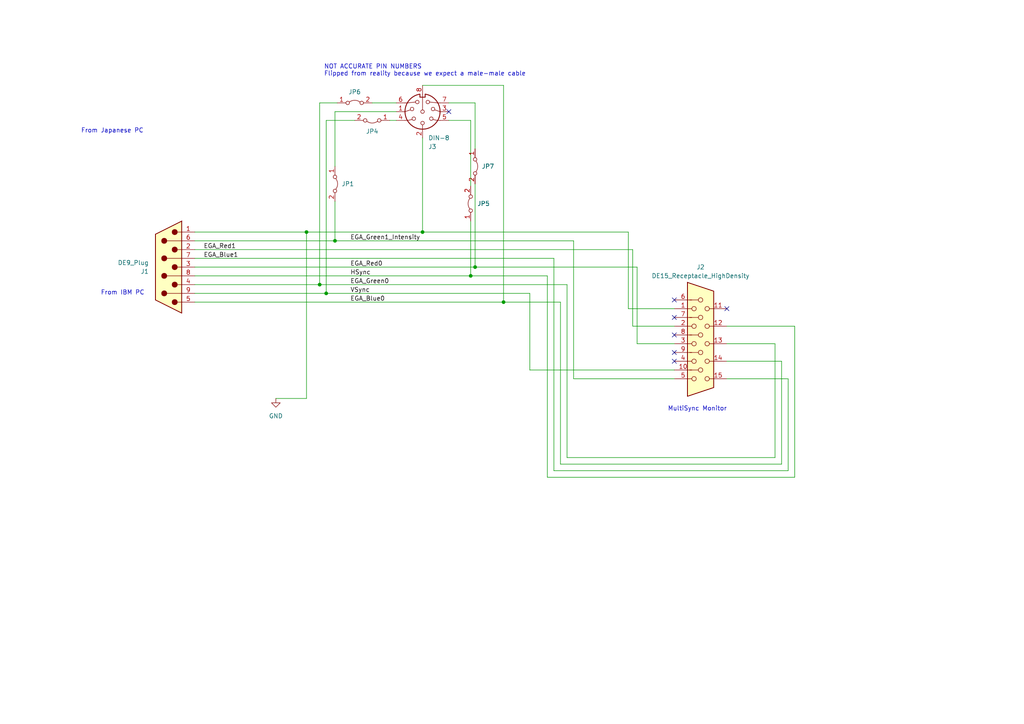
<source format=kicad_sch>
(kicad_sch (version 20230121) (generator eeschema)
  (paper "A4")
  (lib_symbols
    (symbol "Connector:DE15_Receptacle_HighDensity" (pin_names (offset 1.016) hide)
      (property "Reference" "J" (at 0 21.59 0))
      (property "Value" "DE15_Receptacle_HighDensity" (at 0 19.05 0))
      (symbol "DE15_Receptacle_HighDensity_0_1"
        (circle (center -1.905 -10.16) (radius 0.635))
        (circle (center -1.905 -5.08) (radius 0.635))
        (circle (center -1.905 0) (radius 0.635))
        (circle (center -1.905 5.08) (radius 0.635))
        (circle (center -1.905 10.16) (radius 0.635))
        (circle (center 0 -7.62) (radius 0.635))
        (circle (center 0 -2.54) (radius 0.635))
        (polyline (pts (xy -3.175 7.62) (xy -0.635 7.62)))
        (polyline (pts (xy -0.635 -7.62) (xy -3.175 -7.62)))
        (polyline (pts (xy -0.635 -2.54) (xy -3.175 -2.54)))
        (polyline (pts (xy -0.635 2.54) (xy -3.175 2.54)))
        (polyline (pts (xy -0.635 12.7) (xy -3.175 12.7)))
        (polyline (pts (xy -3.81 17.78) (xy -3.81 -15.24) (xy 3.81 -12.7) (xy 3.81 15.24) (xy -3.81 17.78)) (stroke (width 0.254)) (fill (type background)))
        (circle (center 0 2.54) (radius 0.635))
        (circle (center 0 7.62) (radius 0.635))
        (circle (center 0 12.7) (radius 0.635))
        (circle (center 1.905 -10.16) (radius 0.635))
        (circle (center 1.905 -5.08) (radius 0.635))
        (circle (center 1.905 0) (radius 0.635))
        (circle (center 1.905 5.08) (radius 0.635))
        (circle (center 1.905 10.16) (radius 0.635))
      )
      (symbol "DE15_Receptacle_HighDensity_1_1"
        (pin passive line (at -7.62 10.16 0) (length 5.08) (name "~") (number "1"))
        (pin passive line (at -7.62 -7.62 0) (length 5.08) (name "~") (number "10"))
        (pin passive line (at 7.62 10.16 180) (length 5.08) (name "~") (number "11"))
        (pin passive line (at 7.62 5.08 180) (length 5.08) (name "~") (number "12"))
        (pin passive line (at 7.62 0 180) (length 5.08) (name "~") (number "13"))
        (pin passive line (at 7.62 -5.08 180) (length 5.08) (name "~") (number "14"))
        (pin passive line (at 7.62 -10.16 180) (length 5.08) (name "~") (number "15"))
        (pin passive line (at -7.62 5.08 0) (length 5.08) (name "~") (number "2"))
        (pin passive line (at -7.62 0 0) (length 5.08) (name "~") (number "3"))
        (pin passive line (at -7.62 -5.08 0) (length 5.08) (name "~") (number "4"))
        (pin passive line (at -7.62 -10.16 0) (length 5.08) (name "~") (number "5"))
        (pin passive line (at -7.62 12.7 0) (length 5.08) (name "~") (number "6"))
        (pin passive line (at -7.62 7.62 0) (length 5.08) (name "~") (number "7"))
        (pin passive line (at -7.62 2.54 0) (length 5.08) (name "~") (number "8"))
        (pin passive line (at -7.62 -2.54 0) (length 5.08) (name "~") (number "9"))
      )
    )
    (symbol "Connector:DE9_Plug" (pin_names (offset 1.016) hide)
      (property "Reference" "J" (at 0 13.97 0))
      (property "Value" "DE9_Plug" (at 0 -14.605 0))
      (symbol "DE9_Plug_0_1"
        (circle (center -1.778 -10.16) (radius 0.762) (fill (type outline)))
        (circle (center -1.778 -5.08) (radius 0.762) (fill (type outline)))
        (circle (center -1.778 0) (radius 0.762) (fill (type outline)))
        (circle (center -1.778 5.08) (radius 0.762) (fill (type outline)))
        (circle (center -1.778 10.16) (radius 0.762) (fill (type outline)))
        (polyline (pts (xy -3.81 -10.16) (xy -2.54 -10.16)))
        (polyline (pts (xy -3.81 -7.62) (xy 0.508 -7.62)))
        (polyline (pts (xy -3.81 -5.08) (xy -2.54 -5.08)))
        (polyline (pts (xy -3.81 -2.54) (xy 0.508 -2.54)))
        (polyline (pts (xy -3.81 0) (xy -2.54 0)))
        (polyline (pts (xy -3.81 2.54) (xy 0.508 2.54)))
        (polyline (pts (xy -3.81 5.08) (xy -2.54 5.08)))
        (polyline (pts (xy -3.81 7.62) (xy 0.508 7.62)))
        (polyline (pts (xy -3.81 10.16) (xy -2.54 10.16)))
        (polyline (pts (xy -3.81 -13.335) (xy -3.81 13.335) (xy 3.81 9.525) (xy 3.81 -9.525) (xy -3.81 -13.335)) (stroke (width 0.254)) (fill (type background)))
        (circle (center 1.27 -7.62) (radius 0.762) (fill (type outline)))
        (circle (center 1.27 -2.54) (radius 0.762) (fill (type outline)))
        (circle (center 1.27 2.54) (radius 0.762) (fill (type outline)))
        (circle (center 1.27 7.62) (radius 0.762) (fill (type outline)))
      )
      (symbol "DE9_Plug_1_1"
        (pin passive line (at -7.62 -10.16 0) (length 3.81) (name "1") (number "1"))
        (pin passive line (at -7.62 -5.08 0) (length 3.81) (name "2") (number "2"))
        (pin passive line (at -7.62 0 0) (length 3.81) (name "3") (number "3"))
        (pin passive line (at -7.62 5.08 0) (length 3.81) (name "4") (number "4"))
        (pin passive line (at -7.62 10.16 0) (length 3.81) (name "5") (number "5"))
        (pin passive line (at -7.62 -7.62 0) (length 3.81) (name "6") (number "6"))
        (pin passive line (at -7.62 -2.54 0) (length 3.81) (name "7") (number "7"))
        (pin passive line (at -7.62 2.54 0) (length 3.81) (name "8") (number "8"))
        (pin passive line (at -7.62 7.62 0) (length 3.81) (name "9") (number "9"))
      )
    )
    (symbol "Connector:DIN-8" (pin_names (offset 1.016))
      (property "Reference" "J" (at 3.175 5.715 0))
      (property "Value" "DIN-8" (at 2.032 -5.842 0))
      (symbol "DIN-8_0_1"
        (arc (start -5.08 0) (mid -3.8609 -3.3364) (end -0.762 -5.08) (stroke (width 0.254)))
        (circle (center -3.048 -0.762) (radius 0.508))
        (circle (center -2.54 2.032) (radius 0.508))
        (circle (center -1.524 -2.794) (radius 0.508))
        (polyline (pts (xy -5.08 0) (xy -3.556 -0.508)))
        (polyline (pts (xy 0 -0.508) (xy 0 -5.08)))
        (polyline (pts (xy 0 5.08) (xy 0 3.81)))
        (polyline (pts (xy 5.08 0) (xy 3.556 -0.508)))
        (polyline (pts (xy -5.08 -2.54) (xy -4.318 -2.54) (xy -2.032 -2.794)))
        (polyline (pts (xy -5.08 2.54) (xy -4.318 2.54) (xy -3.048 2.286)))
        (polyline (pts (xy 5.08 -2.54) (xy 4.318 -2.54) (xy 2.032 -2.794)))
        (polyline (pts (xy 5.08 2.54) (xy 4.318 2.54) (xy 3.048 2.286)))
        (polyline (pts (xy -0.762 -4.953) (xy -0.762 -4.191) (xy 0.762 -4.191) (xy 0.762 -4.953)) (stroke (width 0.254)))
        (circle (center 0 0) (radius 0.508))
        (circle (center 0 3.302) (radius 0.508))
        (arc (start 0.762 -5.08) (mid 3.8685 -3.343) (end 5.08 0) (stroke (width 0.254)))
        (circle (center 1.524 -2.794) (radius 0.508))
        (circle (center 2.54 2.032) (radius 0.508))
        (circle (center 3.048 -0.762) (radius 0.508))
        (arc (start 5.08 0) (mid 0 5.0579) (end -5.08 0) (stroke (width 0.254)))
      )
      (symbol "DIN-8_1_1"
        (pin passive line (at -7.62 0 0) (length 2.54) (name "~") (number "1"))
        (pin passive line (at 0 7.62 270) (length 2.54) (name "~") (number "2"))
        (pin passive line (at 7.62 0 180) (length 2.54) (name "~") (number "3"))
        (pin passive line (at -7.62 2.54 0) (length 2.54) (name "~") (number "4"))
        (pin passive line (at 7.62 2.54 180) (length 2.54) (name "~") (number "5"))
        (pin passive line (at -7.62 -2.54 0) (length 2.54) (name "~") (number "6"))
        (pin passive line (at 7.62 -2.54 180) (length 2.54) (name "~") (number "7"))
        (pin passive line (at 0 -7.62 90) (length 2.54) (name "~") (number "8"))
      )
    )
    (symbol "Jumper:Jumper_2_Bridged" (pin_names (offset 0) hide)
      (property "Reference" "JP" (at 0 1.905 0))
      (property "Value" "Jumper_2_Bridged" (at 0 -2.54 0))
      (symbol "Jumper_2_Bridged_0_0"
        (circle (center -2.032 0) (radius 0.508))
        (circle (center 2.032 0) (radius 0.508))
      )
      (symbol "Jumper_2_Bridged_0_1"
        (arc (start 1.524 0.254) (mid 0 0.762) (end -1.524 0.254))
      )
      (symbol "Jumper_2_Bridged_1_1"
        (pin passive line (at -5.08 0 0) (length 2.54) (name "A") (number "1"))
        (pin passive line (at 5.08 0 180) (length 2.54) (name "B") (number "2"))
      )
    )
    (symbol "power:GND" (power) (pin_names (offset 0))
      (property "Value" "GND" (at 0 -3.81 0))
      (symbol "GND_0_1"
        (polyline (pts (xy 0 0) (xy 0 -1.27) (xy 1.27 -1.27) (xy 0 -2.54) (xy -1.27 -1.27) (xy 0 -1.27)))
      )
      (symbol "GND_1_1"
        (pin power_in line (at 0 0 270) (length 0) hide (name "GND") (number "1"))
      )
    )
  )
  (junction (at 94.615 85.09))
  (junction (at 146.05 87.63))
  (junction (at 88.9 67.31))
  (junction (at 122.555 67.31))
  (junction (at 97.155 69.85))
  (junction (at 137.795 77.47))
  (junction (at 92.71 82.55))
  (junction (at 136.525 80.01))
  (no_connect (at 195.58 86.995))
  (no_connect (at 195.58 102.235))
  (no_connect (at 195.58 97.155))
  (no_connect (at 130.175 32.385))
  (no_connect (at 195.58 104.775))
  (no_connect (at 210.82 89.535))
  (no_connect (at 195.58 92.075))
  (wire (pts (xy 137.795 29.845) (xy 137.795 43.18)))
  (wire (pts (xy 114.935 32.385) (xy 97.155 32.385)))
  (wire (pts (xy 230.505 94.615) (xy 210.82 94.615)))
  (wire (pts (xy 183.515 94.615) (xy 195.58 94.615)))
  (wire (pts (xy 97.155 32.385) (xy 97.155 48.26)))
  (wire (pts (xy 226.695 104.775) (xy 210.82 104.775)))
  (wire (pts (xy 122.555 40.005) (xy 122.555 67.31)))
  (wire (pts (xy 137.795 77.47) (xy 184.785 77.47)))
  (wire (pts (xy 56.515 74.93) (xy 160.655 74.93)))
  (wire (pts (xy 184.785 77.47) (xy 184.785 99.695)))
  (wire (pts (xy 102.87 34.925) (xy 94.615 34.925)))
  (wire (pts (xy 182.245 67.31) (xy 182.245 89.535)))
  (wire (pts (xy 166.37 109.855) (xy 195.58 109.855)))
  (wire (pts (xy 88.9 67.31) (xy 122.555 67.31)))
  (wire (pts (xy 160.655 136.525) (xy 228.6 136.525)))
  (wire (pts (xy 230.505 138.43) (xy 230.505 94.615)))
  (wire (pts (xy 97.155 58.42) (xy 97.155 69.85)))
  (wire (pts (xy 164.465 82.55) (xy 164.465 132.715)))
  (wire (pts (xy 183.515 72.39) (xy 183.515 94.615)))
  (wire (pts (xy 146.05 24.765) (xy 146.05 87.63)))
  (wire (pts (xy 166.37 69.85) (xy 166.37 109.855)))
  (wire (pts (xy 56.515 67.31) (xy 88.9 67.31)))
  (wire (pts (xy 158.75 80.01) (xy 158.75 138.43)))
  (wire (pts (xy 136.525 64.135) (xy 136.525 80.01)))
  (wire (pts (xy 97.155 69.85) (xy 166.37 69.85)))
  (wire (pts (xy 130.175 29.845) (xy 137.795 29.845)))
  (wire (pts (xy 92.71 29.845) (xy 92.71 82.55)))
  (wire (pts (xy 160.655 74.93) (xy 160.655 136.525)))
  (wire (pts (xy 56.515 82.55) (xy 92.71 82.55)))
  (wire (pts (xy 146.05 87.63) (xy 162.56 87.63)))
  (wire (pts (xy 162.56 87.63) (xy 162.56 134.62)))
  (wire (pts (xy 226.695 134.62) (xy 226.695 104.775)))
  (wire (pts (xy 228.6 109.855) (xy 210.82 109.855)))
  (wire (pts (xy 88.9 115.57) (xy 80.01 115.57)))
  (wire (pts (xy 182.245 89.535) (xy 195.58 89.535)))
  (wire (pts (xy 228.6 136.525) (xy 228.6 109.855)))
  (wire (pts (xy 158.75 138.43) (xy 230.505 138.43)))
  (wire (pts (xy 56.515 77.47) (xy 137.795 77.47)))
  (wire (pts (xy 224.79 132.715) (xy 224.79 99.695)))
  (wire (pts (xy 94.615 85.09) (xy 153.67 85.09)))
  (wire (pts (xy 56.515 80.01) (xy 136.525 80.01)))
  (wire (pts (xy 162.56 134.62) (xy 226.695 134.62)))
  (wire (pts (xy 122.555 67.31) (xy 182.245 67.31)))
  (wire (pts (xy 88.9 115.57) (xy 88.9 67.31)))
  (wire (pts (xy 122.555 24.765) (xy 146.05 24.765)))
  (wire (pts (xy 94.615 34.925) (xy 94.615 85.09)))
  (wire (pts (xy 136.525 34.925) (xy 136.525 53.975)))
  (wire (pts (xy 164.465 132.715) (xy 224.79 132.715)))
  (wire (pts (xy 210.82 99.695) (xy 224.79 99.695)))
  (wire (pts (xy 184.785 99.695) (xy 195.58 99.695)))
  (wire (pts (xy 56.515 85.09) (xy 94.615 85.09)))
  (wire (pts (xy 97.79 29.845) (xy 92.71 29.845)))
  (wire (pts (xy 137.795 53.34) (xy 137.795 77.47)))
  (wire (pts (xy 114.935 34.925) (xy 113.03 34.925)))
  (wire (pts (xy 130.175 34.925) (xy 136.525 34.925)))
  (wire (pts (xy 153.67 85.09) (xy 153.67 107.315)))
  (wire (pts (xy 92.71 82.55) (xy 164.465 82.55)))
  (wire (pts (xy 114.935 29.845) (xy 107.95 29.845)))
  (wire (pts (xy 56.515 87.63) (xy 146.05 87.63)))
  (wire (pts (xy 56.515 72.39) (xy 183.515 72.39)))
  (wire (pts (xy 136.525 80.01) (xy 158.75 80.01)))
  (wire (pts (xy 153.67 107.315) (xy 195.58 107.315)))
  (wire (pts (xy 56.515 69.85) (xy 97.155 69.85)))
  (text "MultiSync Monitor" (at 193.675 119.38 0) (effects (font (size 1.27 1.27)) (justify left bottom)))
  (text "From Japanese PC" (at 23.495 38.735 0) (effects (font (size 1.27 1.27)) (justify left bottom)))
  (text "NOT ACCURATE PIN NUMBERS\nFlipped from reality because we expect a male-male cable" (at 93.98 22.225 0) (effects (font (size 1.27 1.27)) (justify left bottom)))
  (text "From IBM PC" (at 29.21 85.725 0) (effects (font (size 1.27 1.27)) (justify left bottom)))
  (label "EGA_Blue1" (at 59.055 74.93 0))
  (label "VSync" (at 101.6 85.09 0))
  (label "EGA_Green0" (at 101.6 82.55 0))
  (label "EGA_Red0" (at 101.6 77.47 0))
  (label "EGA_Red1" (at 59.055 72.39 0))
  (label "EGA_Blue0" (at 101.6 87.63 0))
  (label "EGA_Green1_Intensity" (at 101.6 69.85 0))
  (label "HSync" (at 101.6 80.01 0))
  (symbol (lib_id "Connector:DE15_Receptacle_HighDensity") (at 203.2 99.695 0) (unit 1)
    (property "Reference" "J2" (at 203.2 77.47 0))
    (property "Value" "DE15_Receptacle_HighDensity" (at 203.2 80.01 0))
    (property "Footprint" "Connector_TE_AMP_HD15:FIXED-1-1734530-1" (effects hide))
    (property "Datasheet" " ~" (effects hide))
  )
  (symbol (lib_id "Jumper:Jumper_2_Bridged") (at 136.525 59.055 90) (unit 1)
    (property "Reference" "JP5" (at 138.43 59.055 90) (effects (justify right)))
    (property "Value" "Jumper_2_Bridged" (effects hide))
    (property "Footprint" "Jumper:SolderJumper-2_P1.3mm_Bridged_Pad1.0x1.5mm" (effects hide))
  )
  (symbol (lib_id "Jumper:Jumper_2_Bridged") (at 102.87 29.845 0) (unit 1)
    (property "Reference" "JP6" (at 102.87 26.67 0))
    (property "Value" "Jumper_2_Bridged" (effects hide))
    (property "Footprint" "Jumper:SolderJumper-2_P1.3mm_Bridged_Pad1.0x1.5mm" (effects hide))
  )
  (symbol (lib_id "Jumper:Jumper_2_Bridged") (at 137.795 48.26 270) (unit 1)
    (property "Reference" "JP7" (at 139.7 48.26 90) (effects (justify left)))
    (property "Value" "Jumper_2_Bridged" (effects hide))
    (property "Footprint" "Jumper:SolderJumper-2_P1.3mm_Bridged_Pad1.0x1.5mm" (effects hide))
  )
  (symbol (lib_id "Jumper:Jumper_2_Bridged") (at 97.155 53.34 270) (unit 1)
    (property "Reference" "JP1" (at 99.06 53.34 90) (effects (justify left)))
    (property "Value" "Jumper_2_Bridged" (effects hide))
    (property "Footprint" "Jumper:SolderJumper-2_P1.3mm_Bridged_Pad1.0x1.5mm" (effects hide))
  )
  (symbol (lib_id "power:GND") (at 80.01 115.57 0) (unit 1)
    (property "Reference" "#PWR01" (effects hide))
    (property "Value" "GND" (at 80.01 120.65 0))
  )
  (symbol (lib_id "Connector:DIN-8") (at 122.555 32.385 0) (mirror x) (unit 1)
    (property "Reference" "J3" (at 124.2061 42.545 0) (effects (justify left)))
    (property "Value" "DIN-8" (at 124.2061 40.005 0) (effects (justify left)))
    (property "Footprint" "CUI_SDS_80J:CUI_SDS-80J" (effects hide))
    (property "Datasheet" "http://www.mouser.com/ds/2/18/40_c091_abd_e-75918.pdf" (effects hide))
  )
  (symbol (lib_id "Connector:DE9_Plug") (at 48.895 77.47 180) (unit 1)
    (property "Reference" "J1" (at 43.18 78.74 0) (effects (justify left)))
    (property "Value" "DE9_Plug" (at 43.18 76.2 0) (effects (justify left)))
    (property "Footprint" "Connector_Dsub:DSUB-9_Male_Horizontal_P2.77x2.84mm_EdgePinOffset7.70mm_Housed_MountingHolesOffset9.12mm" (effects hide))
    (property "Datasheet" " ~" (effects hide))
  )
  (symbol (lib_id "Jumper:Jumper_2_Bridged") (at 107.95 34.925 180) (unit 1)
    (property "Reference" "JP4" (at 107.95 38.1 0))
    (property "Value" "Jumper_2_Bridged" (effects hide))
    (property "Footprint" "Jumper:SolderJumper-2_P1.3mm_Bridged_Pad1.0x1.5mm" (effects hide))
  )
)
</source>
